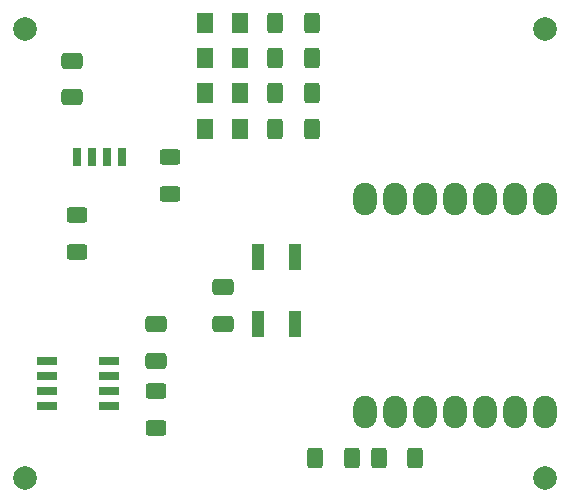
<source format=gbr>
%TF.GenerationSoftware,KiCad,Pcbnew,7.0.5*%
%TF.CreationDate,2023-10-11T12:47:35-04:00*%
%TF.ProjectId,Board_To_Be_Tested,426f6172-645f-4546-9f5f-42655f546573,rev?*%
%TF.SameCoordinates,Original*%
%TF.FileFunction,Soldermask,Top*%
%TF.FilePolarity,Negative*%
%FSLAX46Y46*%
G04 Gerber Fmt 4.6, Leading zero omitted, Abs format (unit mm)*
G04 Created by KiCad (PCBNEW 7.0.5) date 2023-10-11 12:47:35*
%MOMM*%
%LPD*%
G01*
G04 APERTURE LIST*
G04 Aperture macros list*
%AMRoundRect*
0 Rectangle with rounded corners*
0 $1 Rounding radius*
0 $2 $3 $4 $5 $6 $7 $8 $9 X,Y pos of 4 corners*
0 Add a 4 corners polygon primitive as box body*
4,1,4,$2,$3,$4,$5,$6,$7,$8,$9,$2,$3,0*
0 Add four circle primitives for the rounded corners*
1,1,$1+$1,$2,$3*
1,1,$1+$1,$4,$5*
1,1,$1+$1,$6,$7*
1,1,$1+$1,$8,$9*
0 Add four rect primitives between the rounded corners*
20,1,$1+$1,$2,$3,$4,$5,0*
20,1,$1+$1,$4,$5,$6,$7,0*
20,1,$1+$1,$6,$7,$8,$9,0*
20,1,$1+$1,$8,$9,$2,$3,0*%
G04 Aperture macros list end*
%ADD10C,2.000000*%
%ADD11RoundRect,0.250000X0.625000X-0.400000X0.625000X0.400000X-0.625000X0.400000X-0.625000X-0.400000X0*%
%ADD12RoundRect,0.250000X-0.400000X-0.625000X0.400000X-0.625000X0.400000X0.625000X-0.400000X0.625000X0*%
%ADD13RoundRect,0.250001X-0.462499X-0.624999X0.462499X-0.624999X0.462499X0.624999X-0.462499X0.624999X0*%
%ADD14RoundRect,0.250000X-0.650000X0.412500X-0.650000X-0.412500X0.650000X-0.412500X0.650000X0.412500X0*%
%ADD15RoundRect,0.250000X0.650000X-0.412500X0.650000X0.412500X-0.650000X0.412500X-0.650000X-0.412500X0*%
%ADD16R,1.000000X2.300000*%
%ADD17R,1.800000X0.800000*%
%ADD18RoundRect,1.000000X0.000000X0.375000X0.000000X-0.375000X0.000000X-0.375000X0.000000X0.375000X0*%
%ADD19R,0.700000X1.600000*%
G04 APERTURE END LIST*
D10*
%TO.C,FID1*%
X128000000Y-67000000D03*
%TD*%
D11*
%TO.C,R7*%
X139050000Y-100750000D03*
X139050000Y-97650000D03*
%TD*%
%TO.C,R8*%
X132400000Y-85840000D03*
X132400000Y-82740000D03*
%TD*%
D12*
%TO.C,R5*%
X152550000Y-103300000D03*
X155650000Y-103300000D03*
%TD*%
D10*
%TO.C,FID2*%
X172000000Y-67000000D03*
%TD*%
D13*
%TO.C,D3*%
X143195000Y-69420000D03*
X146170000Y-69420000D03*
%TD*%
D12*
%TO.C,R1*%
X149132500Y-66420000D03*
X152232500Y-66420000D03*
%TD*%
D10*
%TO.C,FID4*%
X172000000Y-105000000D03*
%TD*%
D12*
%TO.C,R4*%
X157900000Y-103300000D03*
X161000000Y-103300000D03*
%TD*%
%TO.C,R2*%
X149132500Y-69420000D03*
X152232500Y-69420000D03*
%TD*%
D14*
%TO.C,C3*%
X131970000Y-69635000D03*
X131970000Y-72760000D03*
%TD*%
D15*
%TO.C,C2*%
X144730000Y-91962500D03*
X144730000Y-88837500D03*
%TD*%
D13*
%TO.C,D4*%
X143195000Y-72420000D03*
X146170000Y-72420000D03*
%TD*%
D12*
%TO.C,R6*%
X149132500Y-75420000D03*
X152232500Y-75420000D03*
%TD*%
D13*
%TO.C,D5*%
X143195000Y-75420000D03*
X146170000Y-75420000D03*
%TD*%
D16*
%TO.C,D1*%
X150860000Y-86280000D03*
X147660000Y-86280000D03*
X147660000Y-91980000D03*
X150860000Y-91980000D03*
%TD*%
D17*
%TO.C,U1*%
X135090000Y-98905000D03*
X135090000Y-97635000D03*
X135090000Y-96365000D03*
X135090000Y-95095000D03*
X129810000Y-95095000D03*
X129810000Y-96365000D03*
X129810000Y-97635000D03*
X129810000Y-98905000D03*
%TD*%
D11*
%TO.C,R9*%
X140210000Y-80930000D03*
X140210000Y-77830000D03*
%TD*%
D18*
%TO.C,U2*%
X172000750Y-81384000D03*
X169460750Y-81384000D03*
X166920750Y-81384000D03*
X164380750Y-81384000D03*
X161840750Y-81384000D03*
X159300750Y-81384000D03*
X156760750Y-81384000D03*
X156760750Y-99384000D03*
X159300750Y-99384000D03*
X161840750Y-99384000D03*
X164380750Y-99384000D03*
X166920750Y-99384000D03*
X169460750Y-99384000D03*
X172000750Y-99384000D03*
%TD*%
D13*
%TO.C,D2*%
X143195000Y-66420000D03*
X146170000Y-66420000D03*
%TD*%
D10*
%TO.C,FID3*%
X128000000Y-105000000D03*
%TD*%
D15*
%TO.C,C1*%
X139050000Y-95062500D03*
X139050000Y-91937500D03*
%TD*%
D19*
%TO.C,IC1*%
X132390000Y-77800000D03*
X133660000Y-77800000D03*
X134930000Y-77800000D03*
X136200000Y-77800000D03*
%TD*%
D12*
%TO.C,R3*%
X149132500Y-72420000D03*
X152232500Y-72420000D03*
%TD*%
M02*

</source>
